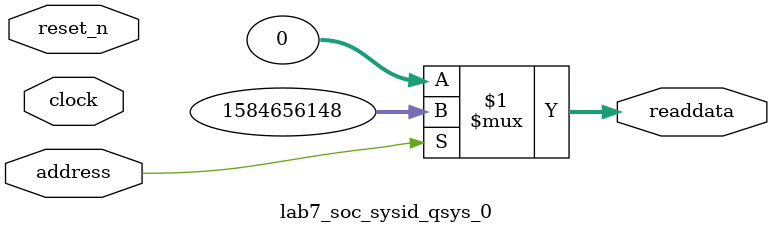
<source format=v>



// synthesis translate_off
`timescale 1ns / 1ps
// synthesis translate_on

// turn off superfluous verilog processor warnings 
// altera message_level Level1 
// altera message_off 10034 10035 10036 10037 10230 10240 10030 

module lab7_soc_sysid_qsys_0 (
               // inputs:
                address,
                clock,
                reset_n,

               // outputs:
                readdata
             )
;

  output  [ 31: 0] readdata;
  input            address;
  input            clock;
  input            reset_n;

  wire    [ 31: 0] readdata;
  //control_slave, which is an e_avalon_slave
  assign readdata = address ? 1584656148 : 0;

endmodule



</source>
